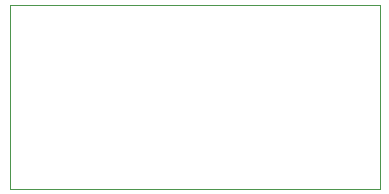
<source format=gbr>
G04 #@! TF.GenerationSoftware,KiCad,Pcbnew,(6.0.0-rc1-dev-305-gf0b8b21)*
G04 #@! TF.CreationDate,2020-01-07T14:49:24-08:00*
G04 #@! TF.ProjectId,Untitled,556E7469746C65642E6B696361645F70,rev?*
G04 #@! TF.SameCoordinates,Original*
G04 #@! TF.FileFunction,Profile,NP*
%FSLAX46Y46*%
G04 Gerber Fmt 4.6, Leading zero omitted, Abs format (unit mm)*
G04 Created by KiCad (PCBNEW (6.0.0-rc1-dev-305-gf0b8b21)) date Tuesday, January 07, 2020 at 02:49:24 PM*
%MOMM*%
%LPD*%
G01*
G04 APERTURE LIST*
%ADD10C,0.050000*%
G04 APERTURE END LIST*
D10*
X156718000Y-75184000D02*
X125349000Y-75184000D01*
X156718000Y-90805000D02*
X156718000Y-75184000D01*
X125349000Y-90805000D02*
X156718000Y-90805000D01*
X125349000Y-89662000D02*
X125349000Y-90805000D01*
X125349000Y-75184000D02*
X125349000Y-89662000D01*
M02*

</source>
